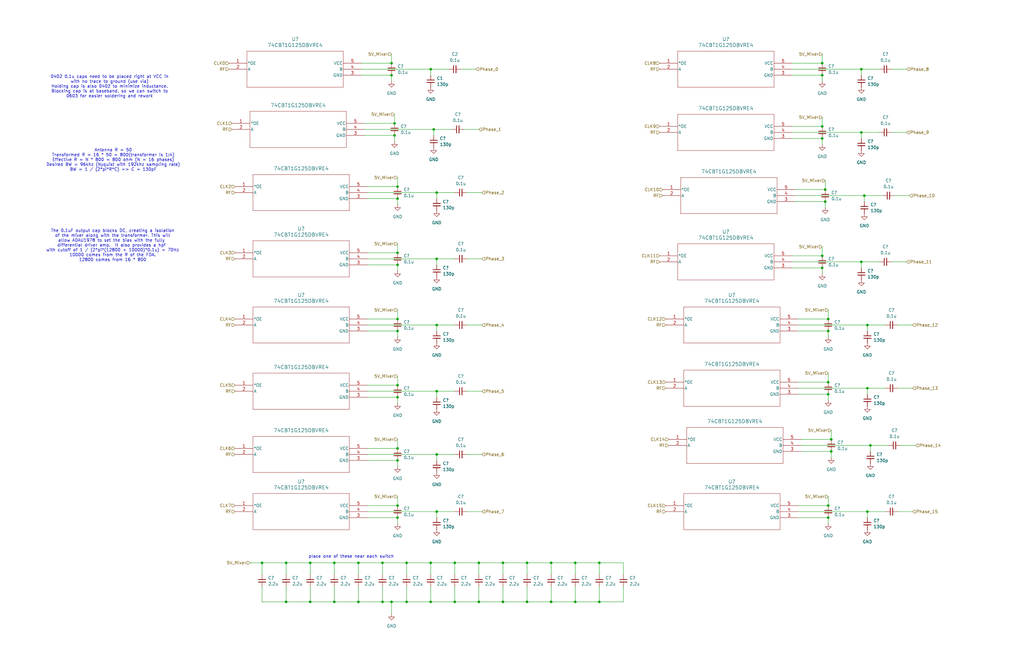
<source format=kicad_sch>
(kicad_sch (version 20250114) (generator "eeschema") (generator_version "9.0")
  (paper "B")
  (title_block (title "Rx Mixers") (date "2025-12-31") (rev "0.0") (company "Andy McCann KA3KAF and Doug McCann KA3KAG"))
  (text "place one of these near each switch " (at 148.59 234.95 0) (effects (font (size 1.27 1.27))))
  (text "0402 0.1u caps need to be placed right at VCC in\nwith no trace to ground (use via)\nHolding cap is also 0402 to minimize inductance.\nBlocking cap is at baseband, so we can switch to\n0603 for easier soldering and rework" (at 46.228 36.576 0) (effects (font (size 1.27 1.27))))
  (text "Antenna R = 50\nTransformed R = 16 * 50 = 800(transformer is 1:4)\nEffective R = N * 800 = 800 ohm (N = 16 phases)\nDesired BW = 96khz (Nyquist with 192khz sampling rate)\nBW = 1 / (2*pi*R*C) => C = 130pF" (at 47.752 67.564 0) (effects (font (size 1.27 1.27))))
  (text "The 0.1uF output cap blocks DC, creating a isolation\nof the mixer along with the transformer. This will\nallow ADAU1978 to set the bias with the fully \ndifferential driver amp.  It also provides a hpf \nwith cutoff of 1 / (2*pi*(12800 + 10000)*0.1u) = 70Hz\n10000 comes from the R of the FDA.\n12800 comes from 16 * 800" (at 47.498 103.632 0) (effects (font (size 1.27 1.27))))
  (junction (at 167.64 83.82))
  (junction (at 191.77 254))
  (junction (at 346.71 31.75))
  (junction (at 184.15 165.1))
  (junction (at 363.22 55.88))
  (junction (at 120.65 237.49))
  (junction (at 167.64 167.64))
  (junction (at 232.41 237.49))
  (junction (at 181.61 254))
  (junction (at 191.77 237.49))
  (junction (at 184.15 191.77))
  (junction (at 110.49 237.49))
  (junction (at 140.97 237.49))
  (junction (at 130.81 254))
  (junction (at 151.13 254))
  (junction (at 167.64 134.62))
  (junction (at 222.25 237.49))
  (junction (at 181.61 237.49))
  (junction (at 181.61 29.21))
  (junction (at 130.81 237.49))
  (junction (at 367.03 187.96))
  (junction (at 242.57 237.49))
  (junction (at 346.71 107.95))
  (junction (at 167.64 111.76))
  (junction (at 363.22 29.21))
  (junction (at 212.09 254))
  (junction (at 171.45 254))
  (junction (at 349.25 161.29))
  (junction (at 347.98 80.01))
  (junction (at 201.93 237.49))
  (junction (at 167.64 139.7))
  (junction (at 346.71 113.03))
  (junction (at 212.09 237.49))
  (junction (at 165.1 31.75))
  (junction (at 349.25 213.36))
  (junction (at 347.98 85.09))
  (junction (at 165.1 26.67))
  (junction (at 350.52 190.5))
  (junction (at 167.64 194.31))
  (junction (at 350.52 185.42))
  (junction (at 182.88 54.61))
  (junction (at 167.64 213.36))
  (junction (at 363.22 110.49))
  (junction (at 349.25 134.62))
  (junction (at 167.64 78.74))
  (junction (at 140.97 254))
  (junction (at 166.37 57.15))
  (junction (at 365.76 137.16))
  (junction (at 171.45 237.49))
  (junction (at 166.37 52.07))
  (junction (at 201.93 254))
  (junction (at 346.71 26.67))
  (junction (at 184.15 137.16))
  (junction (at 349.25 218.44))
  (junction (at 161.29 237.49))
  (junction (at 364.49 82.55))
  (junction (at 252.73 254))
  (junction (at 151.13 237.49))
  (junction (at 242.57 254))
  (junction (at 184.15 109.22))
  (junction (at 161.29 254))
  (junction (at 349.25 139.7))
  (junction (at 349.25 166.37))
  (junction (at 165.1 254))
  (junction (at 184.15 81.28))
  (junction (at 167.64 189.23))
  (junction (at 365.76 163.83))
  (junction (at 120.65 254))
  (junction (at 346.71 53.34))
  (junction (at 346.71 58.42))
  (junction (at 365.76 215.9))
  (junction (at 252.73 237.49))
  (junction (at 167.64 218.44))
  (junction (at 222.25 254))
  (junction (at 167.64 162.56))
  (junction (at 232.41 254))
  (junction (at 184.15 215.9))
  (junction (at 167.64 106.68))
  (wire (pts (xy 365.76 215.9) (xy 365.76 218.44)))
  (wire (pts (xy 242.57 247.65) (xy 242.57 254)))
  (wire (pts (xy 222.25 237.49) (xy 222.25 242.57)))
  (wire (pts (xy 165.1 26.67) (xy 165.1 22.86)))
  (wire (pts (xy 379.73 187.96) (xy 386.08 187.96)))
  (wire (pts (xy 346.71 26.67) (xy 346.71 22.86)))
  (wire (pts (xy 349.25 134.62) (xy 349.25 130.81)))
  (wire (pts (xy 212.09 247.65) (xy 212.09 254)))
  (wire (pts (xy 152.4 31.75) (xy 165.1 31.75)))
  (wire (pts (xy 252.73 254) (xy 262.89 254)))
  (wire (pts (xy 154.94 78.74) (xy 167.64 78.74)))
  (wire (pts (xy 110.49 254) (xy 120.65 254)))
  (wire (pts (xy 140.97 237.49) (xy 151.13 237.49)))
  (wire (pts (xy 232.41 237.49) (xy 242.57 237.49)))
  (wire (pts (xy 167.64 78.74) (xy 167.64 74.93)))
  (wire (pts (xy 151.13 237.49) (xy 151.13 242.57)))
  (wire (pts (xy 222.25 247.65) (xy 222.25 254)))
  (wire (pts (xy 334.01 55.88) (xy 363.22 55.88)))
  (wire (pts (xy 182.88 54.61) (xy 190.5 54.61)))
  (wire (pts (xy 335.28 80.01) (xy 347.98 80.01)))
  (wire (pts (xy 365.76 137.16) (xy 373.38 137.16)))
  (wire (pts (xy 154.94 134.62) (xy 167.64 134.62)))
  (wire (pts (xy 184.15 109.22) (xy 191.77 109.22)))
  (wire (pts (xy 375.92 110.49) (xy 382.27 110.49)))
  (wire (pts (xy 171.45 237.49) (xy 181.61 237.49)))
  (wire (pts (xy 196.85 165.1) (xy 203.2 165.1)))
  (wire (pts (xy 378.46 215.9) (xy 384.81 215.9)))
  (wire (pts (xy 181.61 29.21) (xy 181.61 31.75)))
  (wire (pts (xy 154.94 162.56) (xy 167.64 162.56)))
  (wire (pts (xy 349.25 166.37) (xy 349.25 168.91)))
  (wire (pts (xy 196.85 81.28) (xy 203.2 81.28)))
  (wire (pts (xy 201.93 237.49) (xy 201.93 242.57)))
  (wire (pts (xy 167.64 218.44) (xy 167.64 220.98)))
  (wire (pts (xy 336.55 139.7) (xy 349.25 139.7)))
  (wire (pts (xy 363.22 29.21) (xy 363.22 31.75)))
  (wire (pts (xy 346.71 113.03) (xy 346.71 115.57)))
  (wire (pts (xy 171.45 247.65) (xy 171.45 254)))
  (wire (pts (xy 222.25 254) (xy 232.41 254)))
  (wire (pts (xy 184.15 191.77) (xy 184.15 194.31)))
  (wire (pts (xy 346.71 31.75) (xy 346.71 34.29)))
  (wire (pts (xy 154.94 111.76) (xy 167.64 111.76)))
  (wire (pts (xy 184.15 81.28) (xy 191.77 81.28)))
  (wire (pts (xy 349.25 139.7) (xy 349.25 142.24)))
  (wire (pts (xy 196.85 191.77) (xy 203.2 191.77)))
  (wire (pts (xy 212.09 254) (xy 222.25 254)))
  (wire (pts (xy 336.55 215.9) (xy 365.76 215.9)))
  (wire (pts (xy 334.01 113.03) (xy 346.71 113.03)))
  (wire (pts (xy 363.22 110.49) (xy 370.84 110.49)))
  (wire (pts (xy 153.67 54.61) (xy 182.88 54.61)))
  (wire (pts (xy 375.92 55.88) (xy 382.27 55.88)))
  (wire (pts (xy 130.81 254) (xy 140.97 254)))
  (wire (pts (xy 120.65 237.49) (xy 130.81 237.49)))
  (wire (pts (xy 364.49 82.55) (xy 364.49 85.09)))
  (wire (pts (xy 154.94 81.28) (xy 184.15 81.28)))
  (wire (pts (xy 167.64 83.82) (xy 167.64 86.36)))
  (wire (pts (xy 262.89 247.65) (xy 262.89 254)))
  (wire (pts (xy 151.13 237.49) (xy 161.29 237.49)))
  (wire (pts (xy 181.61 237.49) (xy 191.77 237.49)))
  (wire (pts (xy 181.61 254) (xy 191.77 254)))
  (wire (pts (xy 365.76 163.83) (xy 365.76 166.37)))
  (wire (pts (xy 184.15 165.1) (xy 191.77 165.1)))
  (wire (pts (xy 232.41 254) (xy 242.57 254)))
  (wire (pts (xy 161.29 254) (xy 165.1 254)))
  (wire (pts (xy 262.89 237.49) (xy 262.89 242.57)))
  (wire (pts (xy 196.85 215.9) (xy 203.2 215.9)))
  (wire (pts (xy 347.98 85.09) (xy 347.98 87.63)))
  (wire (pts (xy 154.94 194.31) (xy 167.64 194.31)))
  (wire (pts (xy 363.22 110.49) (xy 363.22 113.03)))
  (wire (pts (xy 184.15 191.77) (xy 191.77 191.77)))
  (wire (pts (xy 336.55 166.37) (xy 349.25 166.37)))
  (wire (pts (xy 110.49 237.49) (xy 110.49 242.57)))
  (wire (pts (xy 334.01 31.75) (xy 346.71 31.75)))
  (wire (pts (xy 184.15 165.1) (xy 184.15 167.64)))
  (wire (pts (xy 120.65 247.65) (xy 120.65 254)))
  (wire (pts (xy 161.29 247.65) (xy 161.29 254)))
  (wire (pts (xy 349.25 161.29) (xy 349.25 157.48)))
  (wire (pts (xy 184.15 109.22) (xy 184.15 111.76)))
  (wire (pts (xy 196.85 109.22) (xy 203.2 109.22)))
  (wire (pts (xy 201.93 237.49) (xy 212.09 237.49)))
  (wire (pts (xy 334.01 29.21) (xy 363.22 29.21)))
  (wire (pts (xy 120.65 237.49) (xy 120.65 242.57)))
  (wire (pts (xy 337.82 185.42) (xy 350.52 185.42)))
  (wire (pts (xy 140.97 237.49) (xy 140.97 242.57)))
  (wire (pts (xy 167.64 139.7) (xy 167.64 142.24)))
  (wire (pts (xy 350.52 185.42) (xy 350.52 181.61)))
  (wire (pts (xy 110.49 237.49) (xy 120.65 237.49)))
  (wire (pts (xy 334.01 110.49) (xy 363.22 110.49)))
  (wire (pts (xy 184.15 215.9) (xy 191.77 215.9)))
  (wire (pts (xy 194.31 29.21) (xy 200.66 29.21)))
  (wire (pts (xy 336.55 163.83) (xy 365.76 163.83)))
  (wire (pts (xy 110.49 247.65) (xy 110.49 254)))
  (wire (pts (xy 167.64 162.56) (xy 167.64 158.75)))
  (wire (pts (xy 184.15 215.9) (xy 184.15 218.44)))
  (wire (pts (xy 166.37 57.15) (xy 166.37 59.69)))
  (wire (pts (xy 252.73 237.49) (xy 252.73 242.57)))
  (wire (pts (xy 335.28 85.09) (xy 347.98 85.09)))
  (wire (pts (xy 363.22 55.88) (xy 363.22 58.42)))
  (wire (pts (xy 167.64 189.23) (xy 167.64 185.42)))
  (wire (pts (xy 336.55 218.44) (xy 349.25 218.44)))
  (wire (pts (xy 365.76 163.83) (xy 373.38 163.83)))
  (wire (pts (xy 166.37 52.07) (xy 166.37 48.26)))
  (wire (pts (xy 335.28 82.55) (xy 364.49 82.55)))
  (wire (pts (xy 346.71 58.42) (xy 346.71 60.96)))
  (wire (pts (xy 130.81 247.65) (xy 130.81 254)))
  (wire (pts (xy 242.57 237.49) (xy 242.57 242.57)))
  (wire (pts (xy 378.46 137.16) (xy 384.81 137.16)))
  (wire (pts (xy 346.71 107.95) (xy 346.71 104.14)))
  (wire (pts (xy 252.73 247.65) (xy 252.73 254)))
  (wire (pts (xy 337.82 187.96) (xy 367.03 187.96)))
  (wire (pts (xy 334.01 107.95) (xy 346.71 107.95)))
  (wire (pts (xy 140.97 247.65) (xy 140.97 254)))
  (wire (pts (xy 349.25 213.36) (xy 349.25 209.55)))
  (wire (pts (xy 165.1 254) (xy 171.45 254)))
  (wire (pts (xy 154.94 167.64) (xy 167.64 167.64)))
  (wire (pts (xy 252.73 237.49) (xy 262.89 237.49)))
  (wire (pts (xy 151.13 254) (xy 161.29 254)))
  (wire (pts (xy 232.41 247.65) (xy 232.41 254)))
  (wire (pts (xy 161.29 237.49) (xy 161.29 242.57)))
  (wire (pts (xy 364.49 82.55) (xy 372.11 82.55)))
  (wire (pts (xy 184.15 81.28) (xy 184.15 83.82)))
  (wire (pts (xy 171.45 254) (xy 181.61 254)))
  (wire (pts (xy 154.94 109.22) (xy 184.15 109.22)))
  (wire (pts (xy 130.81 237.49) (xy 130.81 242.57)))
  (wire (pts (xy 222.25 237.49) (xy 232.41 237.49)))
  (wire (pts (xy 154.94 218.44) (xy 167.64 218.44)))
  (wire (pts (xy 365.76 137.16) (xy 365.76 139.7)))
  (wire (pts (xy 191.77 237.49) (xy 201.93 237.49)))
  (wire (pts (xy 167.64 167.64) (xy 167.64 170.18)))
  (wire (pts (xy 212.09 237.49) (xy 222.25 237.49)))
  (wire (pts (xy 196.85 137.16) (xy 203.2 137.16)))
  (wire (pts (xy 232.41 237.49) (xy 232.41 242.57)))
  (wire (pts (xy 140.97 254) (xy 151.13 254)))
  (wire (pts (xy 336.55 161.29) (xy 349.25 161.29)))
  (wire (pts (xy 336.55 137.16) (xy 365.76 137.16)))
  (wire (pts (xy 154.94 83.82) (xy 167.64 83.82)))
  (wire (pts (xy 182.88 54.61) (xy 182.88 57.15)))
  (wire (pts (xy 191.77 247.65) (xy 191.77 254)))
  (wire (pts (xy 184.15 137.16) (xy 184.15 139.7)))
  (wire (pts (xy 161.29 237.49) (xy 171.45 237.49)))
  (wire (pts (xy 171.45 237.49) (xy 171.45 242.57)))
  (wire (pts (xy 154.94 189.23) (xy 167.64 189.23)))
  (wire (pts (xy 167.64 111.76) (xy 167.64 114.3)))
  (wire (pts (xy 195.58 54.61) (xy 201.93 54.61)))
  (wire (pts (xy 105.41 237.49) (xy 110.49 237.49)))
  (wire (pts (xy 130.81 237.49) (xy 140.97 237.49)))
  (wire (pts (xy 212.09 237.49) (xy 212.09 242.57)))
  (wire (pts (xy 152.4 26.67) (xy 165.1 26.67)))
  (wire (pts (xy 167.64 106.68) (xy 167.64 102.87)))
  (wire (pts (xy 191.77 254) (xy 201.93 254)))
  (wire (pts (xy 242.57 254) (xy 252.73 254)))
  (wire (pts (xy 154.94 215.9) (xy 184.15 215.9)))
  (wire (pts (xy 346.71 53.34) (xy 346.71 49.53)))
  (wire (pts (xy 336.55 213.36) (xy 349.25 213.36)))
  (wire (pts (xy 349.25 218.44) (xy 349.25 220.98)))
  (wire (pts (xy 367.03 187.96) (xy 374.65 187.96)))
  (wire (pts (xy 336.55 134.62) (xy 349.25 134.62)))
  (wire (pts (xy 375.92 29.21) (xy 382.27 29.21)))
  (wire (pts (xy 350.52 190.5) (xy 350.52 193.04)))
  (wire (pts (xy 181.61 247.65) (xy 181.61 254)))
  (wire (pts (xy 334.01 53.34) (xy 346.71 53.34)))
  (wire (pts (xy 151.13 247.65) (xy 151.13 254)))
  (wire (pts (xy 347.98 80.01) (xy 347.98 76.2)))
  (wire (pts (xy 378.46 163.83) (xy 384.81 163.83)))
  (wire (pts (xy 367.03 187.96) (xy 367.03 190.5)))
  (wire (pts (xy 334.01 26.67) (xy 346.71 26.67)))
  (wire (pts (xy 365.76 215.9) (xy 373.38 215.9)))
  (wire (pts (xy 181.61 237.49) (xy 181.61 242.57)))
  (wire (pts (xy 337.82 190.5) (xy 350.52 190.5)))
  (wire (pts (xy 167.64 194.31) (xy 167.64 196.85)))
  (wire (pts (xy 201.93 254) (xy 212.09 254)))
  (wire (pts (xy 167.64 134.62) (xy 167.64 130.81)))
  (wire (pts (xy 363.22 29.21) (xy 370.84 29.21)))
  (wire (pts (xy 167.64 213.36) (xy 167.64 209.55)))
  (wire (pts (xy 152.4 29.21) (xy 181.61 29.21)))
  (wire (pts (xy 154.94 137.16) (xy 184.15 137.16)))
  (wire (pts (xy 334.01 58.42) (xy 346.71 58.42)))
  (wire (pts (xy 165.1 31.75) (xy 165.1 34.29)))
  (wire (pts (xy 181.61 29.21) (xy 189.23 29.21)))
  (wire (pts (xy 154.94 213.36) (xy 167.64 213.36)))
  (wire (pts (xy 191.77 237.49) (xy 191.77 242.57)))
  (wire (pts (xy 153.67 52.07) (xy 166.37 52.07)))
  (wire (pts (xy 154.94 165.1) (xy 184.15 165.1)))
  (wire (pts (xy 201.93 247.65) (xy 201.93 254)))
  (wire (pts (xy 242.57 237.49) (xy 252.73 237.49)))
  (wire (pts (xy 154.94 139.7) (xy 167.64 139.7)))
  (wire (pts (xy 363.22 55.88) (xy 370.84 55.88)))
  (wire (pts (xy 154.94 191.77) (xy 184.15 191.77)))
  (wire (pts (xy 153.67 57.15) (xy 166.37 57.15)))
  (wire (pts (xy 165.1 254) (xy 165.1 259.08)))
  (wire (pts (xy 120.65 254) (xy 130.81 254)))
  (wire (pts (xy 154.94 106.68) (xy 167.64 106.68)))
  (wire (pts (xy 377.19 82.55) (xy 383.54 82.55)))
  (wire (pts (xy 184.15 137.16) (xy 191.77 137.16)))
  (hierarchical_label "RF" (shape input) (at 99.06 137.16 180))
  (hierarchical_label "Phase_0" (shape input) (at 200.66 29.21 0))
  (hierarchical_label "5V_Mixer" (shape input) (at 347.98 76.2 180))
  (hierarchical_label "CLK1" (shape input) (at 97.79 52.07 180))
  (hierarchical_label "Phase_9" (shape input) (at 382.27 55.88 0))
  (hierarchical_label "CLK7" (shape input) (at 99.06 213.36 180))
  (hierarchical_label "Phase_2" (shape input) (at 203.2 81.28 0))
  (hierarchical_label "CLK4" (shape input) (at 99.06 134.62 180))
  (hierarchical_label "Phase_3" (shape input) (at 203.2 109.22 0))
  (hierarchical_label "5V_Mixer" (shape input) (at 167.64 158.75 180))
  (hierarchical_label "CLK0" (shape input) (at 96.52 26.67 180))
  (hierarchical_label "RF" (shape input) (at 278.13 29.21 180))
  (hierarchical_label "Phase_4" (shape input) (at 203.2 137.16 0))
  (hierarchical_label "Phase_15" (shape input) (at 384.81 215.9 0))
  (hierarchical_label "RF" (shape input) (at 278.13 55.88 180))
  (hierarchical_label "CLK14" (shape input) (at 281.94 185.42 180))
  (hierarchical_label "RF" (shape input) (at 96.52 29.21 180))
  (hierarchical_label "CLK13" (shape input) (at 280.67 161.29 180))
  (hierarchical_label "CLK9" (shape input) (at 278.13 53.34 180))
  (hierarchical_label "CLK5" (shape input) (at 99.06 162.56 180))
  (hierarchical_label "CLK12" (shape input) (at 280.67 134.62 180))
  (hierarchical_label "RF" (shape input) (at 280.67 137.16 180))
  (hierarchical_label "5V_Mixer" (shape input) (at 105.41 237.49 180))
  (hierarchical_label "RF" (shape input) (at 280.67 163.83 180))
  (hierarchical_label "5V_Mixer" (shape input) (at 166.37 48.26 180))
  (hierarchical_label "RF" (shape input) (at 97.79 54.61 180))
  (hierarchical_label "5V_Mixer" (shape input) (at 346.71 49.53 180))
  (hierarchical_label "Phase_12" (shape input) (at 384.81 137.16 0))
  (hierarchical_label "Phase_13" (shape input) (at 384.81 163.83 0))
  (hierarchical_label "Phase_1" (shape input) (at 201.93 54.61 0))
  (hierarchical_label "RF" (shape input) (at 99.06 215.9 180))
  (hierarchical_label "RF" (shape input) (at 99.06 165.1 180))
  (hierarchical_label "5V_Mixer" (shape input) (at 349.25 209.55 180))
  (hierarchical_label "RF" (shape input) (at 99.06 191.77 180))
  (hierarchical_label "CLK11" (shape input) (at 278.13 107.95 180))
  (hierarchical_label "5V_Mixer" (shape input) (at 167.64 130.81 180))
  (hierarchical_label "CLK8" (shape input) (at 278.13 26.67 180))
  (hierarchical_label "RF" (shape input) (at 278.13 110.49 180))
  (hierarchical_label "5V_Mixer" (shape input) (at 167.64 74.93 180))
  (hierarchical_label "5V_Mixer" (shape input) (at 349.25 130.81 180))
  (hierarchical_label "5V_Mixer" (shape input) (at 167.64 185.42 180))
  (hierarchical_label "CLK6" (shape input) (at 99.06 189.23 180))
  (hierarchical_label "CLK3" (shape input) (at 99.06 106.68 180))
  (hierarchical_label "Phase_10" (shape input) (at 383.54 82.55 0))
  (hierarchical_label "5V_Mixer" (shape input) (at 349.25 157.48 180))
  (hierarchical_label "5V_Mixer" (shape input) (at 346.71 104.14 180))
  (hierarchical_label "RF" (shape input) (at 99.06 81.28 180))
  (hierarchical_label "Phase_8" (shape input) (at 382.27 29.21 0))
  (hierarchical_label "RF" (shape input) (at 281.94 187.96 180))
  (hierarchical_label "Phase_14" (shape input) (at 386.08 187.96 0))
  (hierarchical_label "RF" (shape input) (at 279.4 82.55 180))
  (hierarchical_label "CLK15" (shape input) (at 280.67 213.36 180))
  (hierarchical_label "RF" (shape input) (at 99.06 109.22 180))
  (hierarchical_label "5V_Mixer" (shape input) (at 167.64 209.55 180))
  (hierarchical_label "CLK10" (shape input) (at 279.4 80.01 180))
  (hierarchical_label "Phase_7" (shape input) (at 203.2 215.9 0))
  (hierarchical_label "5V_Mixer" (shape input) (at 350.52 181.61 180))
  (hierarchical_label "5V_Mixer" (shape input) (at 346.71 22.86 180))
  (hierarchical_label "Phase_5" (shape input) (at 203.2 165.1 0))
  (hierarchical_label "5V_Mixer" (shape input) (at 165.1 22.86 180))
  (hierarchical_label "RF" (shape input) (at 280.67 215.9 180))
  (hierarchical_label "Phase_11" (shape input) (at 382.27 110.49 0))
  (hierarchical_label "Phase_6" (shape input) (at 203.2 191.77 0))
  (hierarchical_label "CLK2" (shape input) (at 99.06 78.74 180))
  (hierarchical_label "5V_Mixer" (shape input) (at 167.64 102.87 180))
  (symbol (lib_id "Device:C_Small") (at 365.76 220.98 0) (unit 1)
    (property "Reference" "C?" (at 368.3 219.7162 0) (effects (justify left)))
    (property "Value" "130p" (at 368.3 222.2562 0) (effects (justify left)))
    (property "Footprint" "Capacitor_SMD:C_0402_1005Metric_Pad0.74x0.62mm_HandSolder" (effects (hide yes)))
    (property "Description" "Unpolarized capacitor, small symbol" (effects (hide yes)))
  )
  (symbol (lib_id "power:GND") (at 365.76 223.52 0) (unit 1)
    (property "Reference" "#PWR017" (effects (hide yes)))
    (property "Value" "GND" (at 365.76 228.6 0))
    (property "Description" "Power symbol creates a global label with name \"GND\" , ground" (effects (hide yes)))
  )
  (symbol (lib_id "power:GND") (at 165.1 259.08 0) (unit 1)
    (property "Reference" "#PWR?" (effects (hide yes)))
    (property "Value" "GND" (at 165.1 264.16 0))
    (property "Description" "Power symbol creates a global label with name \"GND\" , ground" (effects (hide yes)))
  )
  (symbol (lib_id "Device:C_Small") (at 167.64 215.9 0) (unit 1)
    (property "Reference" "C?" (at 170.18 214.6362 0) (effects (justify left)))
    (property "Value" "0.1u" (at 170.18 217.1762 0) (effects (justify left)))
    (property "Footprint" "Resistor_SMD:R_0402_1005Metric_Pad0.72x0.64mm_HandSolder" (effects (hide yes)))
    (property "Description" "Unpolarized capacitor, small symbol" (effects (hide yes)))
  )
  (symbol (lib_id "power:GND") (at 349.25 220.98 0) (unit 1)
    (property "Reference" "#PWR?" (effects (hide yes)))
    (property "Value" "GND" (at 349.25 226.06 0))
    (property "Description" "Power symbol creates a global label with name \"GND\" , ground" (effects (hide yes)))
  )
  (symbol (lib_id "Device:C_Small") (at 161.29 245.11 0) (unit 1)
    (property "Reference" "C?" (at 163.83 243.8462 0) (effects (justify left)))
    (property "Value" "2.2u" (at 163.83 246.3862 0) (effects (justify left)))
    (property "Footprint" "Capacitor_SMD:C_0603_1608Metric_Pad1.08x0.95mm_HandSolder" (effects (hide yes)))
    (property "Description" "Unpolarized capacitor, small symbol" (effects (hide yes)))
  )
  (symbol (lib_id "Device:C_Small") (at 193.04 54.61 90) (unit 1)
    (property "Reference" "C?" (at 193.0463 48.26 90))
    (property "Value" "0.1u" (at 193.0463 50.8 90))
    (property "Footprint" "Capacitor_SMD:C_0603_1608Metric_Pad1.08x0.95mm_HandSolder" (effects (hide yes)))
    (property "Description" "Unpolarized capacitor, small symbol" (effects (hide yes)))
  )
  (symbol (lib_id "SN74CBT1G125:74CBT1G125DBVRE4") (at 99.06 106.68 0) (unit 1)
    (property "Reference" "U?" (at 127 96.52 0) (effects (font (size 1.524 1.524))))
    (property "Value" "74CBT1G125DBVRE4" (at 127 99.06 0) (effects (font (size 1.524 1.524))))
    (property "Footprint" "DBV5" (effects (hide yes)))
    (property "Datasheet" "https://www.ti.com/lit/gpn/sn74cbt1g125" (effects (hide yes)))
  )
  (symbol (lib_id "Device:C_Small") (at 262.89 245.11 0) (unit 1)
    (property "Reference" "C?" (at 265.43 243.8462 0) (effects (justify left)))
    (property "Value" "2.2u" (at 265.43 246.3862 0) (effects (justify left)))
    (property "Footprint" "Capacitor_SMD:C_0603_1608Metric_Pad1.08x0.95mm_HandSolder" (effects (hide yes)))
    (property "Description" "Unpolarized capacitor, small symbol" (effects (hide yes)))
  )
  (symbol (lib_id "Device:C_Small") (at 365.76 168.91 0) (unit 1)
    (property "Reference" "C?" (at 368.3 167.6462 0) (effects (justify left)))
    (property "Value" "130p" (at 368.3 170.1862 0) (effects (justify left)))
    (property "Footprint" "Capacitor_SMD:C_0402_1005Metric_Pad0.74x0.62mm_HandSolder" (effects (hide yes)))
    (property "Description" "Unpolarized capacitor, small symbol" (effects (hide yes)))
  )
  (symbol (lib_id "SN74CBT1G125:74CBT1G125DBVRE4") (at 278.13 107.95 0) (unit 1)
    (property "Reference" "U?" (at 306.07 97.79 0) (effects (font (size 1.524 1.524))))
    (property "Value" "74CBT1G125DBVRE4" (at 306.07 100.33 0) (effects (font (size 1.524 1.524))))
    (property "Footprint" "DBV5" (effects (hide yes)))
    (property "Datasheet" "https://www.ti.com/lit/gpn/sn74cbt1g125" (effects (hide yes)))
  )
  (symbol (lib_id "Device:C_Small") (at 194.31 191.77 90) (unit 1)
    (property "Reference" "C?" (at 194.3163 185.42 90))
    (property "Value" "0.1u" (at 194.3163 187.96 90))
    (property "Footprint" "Capacitor_SMD:C_0603_1608Metric_Pad1.08x0.95mm_HandSolder" (effects (hide yes)))
    (property "Description" "Unpolarized capacitor, small symbol" (effects (hide yes)))
  )
  (symbol (lib_id "power:GND") (at 184.15 144.78 0) (unit 1)
    (property "Reference" "#PWR08" (effects (hide yes)))
    (property "Value" "GND" (at 184.15 149.86 0))
    (property "Description" "Power symbol creates a global label with name \"GND\" , ground" (effects (hide yes)))
  )
  (symbol (lib_id "Device:C_Small") (at 349.25 163.83 0) (unit 1)
    (property "Reference" "C?" (at 351.79 162.5662 0) (effects (justify left)))
    (property "Value" "0.1u" (at 351.79 165.1062 0) (effects (justify left)))
    (property "Footprint" "Resistor_SMD:R_0402_1005Metric_Pad0.72x0.64mm_HandSolder" (effects (hide yes)))
    (property "Description" "Unpolarized capacitor, small symbol" (effects (hide yes)))
  )
  (symbol (lib_id "power:GND") (at 167.64 86.36 0) (unit 1)
    (property "Reference" "#PWR?" (effects (hide yes)))
    (property "Value" "GND" (at 167.64 91.44 0))
    (property "Description" "Power symbol creates a global label with name \"GND\" , ground" (effects (hide yes)))
  )
  (symbol (lib_id "power:GND") (at 365.76 171.45 0) (unit 1)
    (property "Reference" "#PWR014" (effects (hide yes)))
    (property "Value" "GND" (at 365.76 176.53 0))
    (property "Description" "Power symbol creates a global label with name \"GND\" , ground" (effects (hide yes)))
  )
  (symbol (lib_id "Device:C_Small") (at 363.22 60.96 0) (unit 1)
    (property "Reference" "C?" (at 365.76 59.6962 0) (effects (justify left)))
    (property "Value" "130p" (at 365.76 62.2362 0) (effects (justify left)))
    (property "Footprint" "Capacitor_SMD:C_0402_1005Metric_Pad0.74x0.62mm_HandSolder" (effects (hide yes)))
    (property "Description" "Unpolarized capacitor, small symbol" (effects (hide yes)))
  )
  (symbol (lib_id "Device:C_Small") (at 167.64 81.28 0) (unit 1)
    (property "Reference" "C?" (at 170.18 80.0162 0) (effects (justify left)))
    (property "Value" "0.1u" (at 170.18 82.5562 0) (effects (justify left)))
    (property "Footprint" "Resistor_SMD:R_0402_1005Metric_Pad0.72x0.64mm_HandSolder" (effects (hide yes)))
    (property "Description" "Unpolarized capacitor, small symbol" (effects (hide yes)))
  )
  (symbol (lib_id "power:GND") (at 181.61 36.83 0) (unit 1)
    (property "Reference" "#PWR01" (effects (hide yes)))
    (property "Value" "GND" (at 181.61 41.91 0))
    (property "Description" "Power symbol creates a global label with name \"GND\" , ground" (effects (hide yes)))
  )
  (symbol (lib_id "Device:C_Small") (at 171.45 245.11 0) (unit 1)
    (property "Reference" "C?" (at 173.99 243.8462 0) (effects (justify left)))
    (property "Value" "2.2u" (at 173.99 246.3862 0) (effects (justify left)))
    (property "Footprint" "Capacitor_SMD:C_0603_1608Metric_Pad1.08x0.95mm_HandSolder" (effects (hide yes)))
    (property "Description" "Unpolarized capacitor, small symbol" (effects (hide yes)))
  )
  (symbol (lib_id "Device:C_Small") (at 377.19 187.96 90) (unit 1)
    (property "Reference" "C?" (at 377.1963 181.61 90))
    (property "Value" "0.1u" (at 377.1963 184.15 90))
    (property "Footprint" "Capacitor_SMD:C_0603_1608Metric_Pad1.08x0.95mm_HandSolder" (effects (hide yes)))
    (property "Description" "Unpolarized capacitor, small symbol" (effects (hide yes)))
  )
  (symbol (lib_id "Device:C_Small") (at 201.93 245.11 0) (unit 1)
    (property "Reference" "C?" (at 204.47 243.8462 0) (effects (justify left)))
    (property "Value" "2.2u" (at 204.47 246.3862 0) (effects (justify left)))
    (property "Footprint" "Capacitor_SMD:C_0603_1608Metric_Pad1.08x0.95mm_HandSolder" (effects (hide yes)))
    (property "Description" "Unpolarized capacitor, small symbol" (effects (hide yes)))
  )
  (symbol (lib_id "Device:C_Small") (at 191.77 29.21 90) (unit 1)
    (property "Reference" "C2" (at 191.7763 22.86 90))
    (property "Value" "0.1u" (at 191.7763 25.4 90))
    (property "Footprint" "Capacitor_SMD:C_0603_1608Metric_Pad1.08x0.95mm_HandSolder" (effects (hide yes)))
    (property "Description" "Unpolarized capacitor, small symbol" (effects (hide yes)))
  )
  (symbol (lib_id "power:GND") (at 346.71 34.29 0) (unit 1)
    (property "Reference" "#PWR?" (effects (hide yes)))
    (property "Value" "GND" (at 346.71 39.37 0))
    (property "Description" "Power symbol creates a global label with name \"GND\" , ground" (effects (hide yes)))
  )
  (symbol (lib_id "power:GND") (at 349.25 168.91 0) (unit 1)
    (property "Reference" "#PWR?" (effects (hide yes)))
    (property "Value" "GND" (at 349.25 173.99 0))
    (property "Description" "Power symbol creates a global label with name \"GND\" , ground" (effects (hide yes)))
  )
  (symbol (lib_id "Device:C_Small") (at 184.15 86.36 0) (unit 1)
    (property "Reference" "C?" (at 186.69 85.0962 0) (effects (justify left)))
    (property "Value" "130p" (at 186.69 87.6362 0) (effects (justify left)))
    (property "Footprint" "Capacitor_SMD:C_0402_1005Metric_Pad0.74x0.62mm_HandSolder" (effects (hide yes)))
    (property "Description" "Unpolarized capacitor, small symbol" (effects (hide yes)))
  )
  (symbol (lib_id "SN74CBT1G125:74CBT1G125DBVRE4") (at 99.06 213.36 0) (unit 1)
    (property "Reference" "U?" (at 127 203.2 0) (effects (font (size 1.524 1.524))))
    (property "Value" "74CBT1G125DBVRE4" (at 127 205.74 0) (effects (font (size 1.524 1.524))))
    (property "Footprint" "DBV5" (effects (hide yes)))
    (property "Datasheet" "https://www.ti.com/lit/gpn/sn74cbt1g125" (effects (hide yes)))
  )
  (symbol (lib_id "Device:C_Small") (at 346.71 55.88 0) (unit 1)
    (property "Reference" "C?" (at 349.25 54.6162 0) (effects (justify left)))
    (property "Value" "0.1u" (at 349.25 57.1562 0) (effects (justify left)))
    (property "Footprint" "Resistor_SMD:R_0402_1005Metric_Pad0.72x0.64mm_HandSolder" (effects (hide yes)))
    (property "Description" "Unpolarized capacitor, small symbol" (effects (hide yes)))
  )
  (symbol (lib_id "power:GND") (at 167.64 196.85 0) (unit 1)
    (property "Reference" "#PWR?" (effects (hide yes)))
    (property "Value" "GND" (at 167.64 201.93 0))
    (property "Description" "Power symbol creates a global label with name \"GND\" , ground" (effects (hide yes)))
  )
  (symbol (lib_id "Device:C_Small") (at 165.1 29.21 0) (unit 1)
    (property "Reference" "C?" (at 167.64 27.9462 0) (effects (justify left)))
    (property "Value" "0.1u" (at 167.64 30.4862 0) (effects (justify left)))
    (property "Footprint" "Resistor_SMD:R_0402_1005Metric_Pad0.72x0.64mm_HandSolder" (effects (hide yes)))
    (property "Description" "Unpolarized capacitor, small symbol" (effects (hide yes)))
  )
  (symbol (lib_id "Device:C_Small") (at 349.25 137.16 0) (unit 1)
    (property "Reference" "C?" (at 351.79 135.8962 0) (effects (justify left)))
    (property "Value" "0.1u" (at 351.79 138.4362 0) (effects (justify left)))
    (property "Footprint" "Resistor_SMD:R_0402_1005Metric_Pad0.72x0.64mm_HandSolder" (effects (hide yes)))
    (property "Description" "Unpolarized capacitor, small symbol" (effects (hide yes)))
  )
  (symbol (lib_id "power:GND") (at 363.22 36.83 0) (unit 1)
    (property "Reference" "#PWR09" (effects (hide yes)))
    (property "Value" "GND" (at 363.22 41.91 0))
    (property "Description" "Power symbol creates a global label with name \"GND\" , ground" (effects (hide yes)))
  )
  (symbol (lib_id "Device:C_Small") (at 374.65 82.55 90) (unit 1)
    (property "Reference" "C?" (at 374.6563 76.2 90))
    (property "Value" "0.1u" (at 374.6563 78.74 90))
    (property "Footprint" "Capacitor_SMD:C_0603_1608Metric_Pad1.08x0.95mm_HandSolder" (effects (hide yes)))
    (property "Description" "Unpolarized capacitor, small symbol" (effects (hide yes)))
  )
  (symbol (lib_id "SN74CBT1G125:74CBT1G125DBVRE4") (at 97.79 52.07 0) (unit 1)
    (property "Reference" "U?" (effects (hide yes)))
    (property "Value" "74CBT1G125DBVRE4" (at 125.73 44.45 0) (effects (font (size 1.524 1.524))))
    (property "Footprint" "DBV5" (effects (hide yes)))
    (property "Datasheet" "https://www.ti.com/lit/gpn/sn74cbt1g125" (effects (hide yes)))
  )
  (symbol (lib_id "Device:C_Small") (at 194.31 165.1 90) (unit 1)
    (property "Reference" "C?" (at 194.3163 158.75 90))
    (property "Value" "0.1u" (at 194.3163 161.29 90))
    (property "Footprint" "Capacitor_SMD:C_0603_1608Metric_Pad1.08x0.95mm_HandSolder" (effects (hide yes)))
    (property "Description" "Unpolarized capacitor, small symbol" (effects (hide yes)))
  )
  (symbol (lib_id "Device:C_Small") (at 184.15 170.18 0) (unit 1)
    (property "Reference" "C?" (at 186.69 168.9162 0) (effects (justify left)))
    (property "Value" "130p" (at 186.69 171.4562 0) (effects (justify left)))
    (property "Footprint" "Capacitor_SMD:C_0402_1005Metric_Pad0.74x0.62mm_HandSolder" (effects (hide yes)))
    (property "Description" "Unpolarized capacitor, small symbol" (effects (hide yes)))
  )
  (symbol (lib_id "power:GND") (at 346.71 60.96 0) (unit 1)
    (property "Reference" "#PWR?" (effects (hide yes)))
    (property "Value" "GND" (at 346.71 66.04 0))
    (property "Description" "Power symbol creates a global label with name \"GND\" , ground" (effects (hide yes)))
  )
  (symbol (lib_id "SN74CBT1G125:74CBT1G125DBVRE4") (at 281.94 185.42 0) (unit 1)
    (property "Reference" "U?" (effects (hide yes)))
    (property "Value" "74CBT1G125DBVRE4" (at 309.88 177.8 0) (effects (font (size 1.524 1.524))))
    (property "Footprint" "DBV5" (effects (hide yes)))
    (property "Datasheet" "https://www.ti.com/lit/gpn/sn74cbt1g125" (effects (hide yes)))
  )
  (symbol (lib_id "Device:C_Small") (at 166.37 54.61 0) (unit 1)
    (property "Reference" "C?" (at 168.91 53.3462 0) (effects (justify left)))
    (property "Value" "0.1u" (at 168.91 55.8862 0) (effects (justify left)))
    (property "Footprint" "Resistor_SMD:R_0402_1005Metric_Pad0.72x0.64mm_HandSolder" (effects (hide yes)))
    (property "Description" "Unpolarized capacitor, small symbol" (effects (hide yes)))
  )
  (symbol (lib_id "SN74CBT1G125:74CBT1G125DBVRE4") (at 278.13 26.67 0) (unit 1)
    (property "Reference" "U?" (at 306.07 16.51 0) (effects (font (size 1.524 1.524))))
    (property "Value" "74CBT1G125DBVRE4" (at 306.07 19.05 0) (effects (font (size 1.524 1.524))))
    (property "Footprint" "DBV5" (effects (hide yes)))
    (property "Datasheet" "https://www.ti.com/lit/gpn/sn74cbt1g125" (effects (hide yes)))
  )
  (symbol (lib_id "Device:C_Small") (at 110.49 245.11 0) (unit 1)
    (property "Reference" "C?" (at 113.03 243.8462 0) (effects (justify left)))
    (property "Value" "2.2u" (at 113.03 246.3862 0) (effects (justify left)))
    (property "Footprint" "Capacitor_SMD:C_0603_1608Metric_Pad1.08x0.95mm_HandSolder" (effects (hide yes)))
    (property "Description" "Unpolarized capacitor, small symbol" (effects (hide yes)))
  )
  (symbol (lib_id "Device:C_Small") (at 349.25 215.9 0) (unit 1)
    (property "Reference" "C?" (at 351.79 214.6362 0) (effects (justify left)))
    (property "Value" "0.1u" (at 351.79 217.1762 0) (effects (justify left)))
    (property "Footprint" "Resistor_SMD:R_0402_1005Metric_Pad0.72x0.64mm_HandSolder" (effects (hide yes)))
    (property "Description" "Unpolarized capacitor, small symbol" (effects (hide yes)))
  )
  (symbol (lib_id "Device:C_Small") (at 364.49 87.63 0) (unit 1)
    (property "Reference" "C?" (at 367.03 86.3662 0) (effects (justify left)))
    (property "Value" "130p" (at 367.03 88.9062 0) (effects (justify left)))
    (property "Footprint" "Capacitor_SMD:C_0402_1005Metric_Pad0.74x0.62mm_HandSolder" (effects (hide yes)))
    (property "Description" "Unpolarized capacitor, small symbol" (effects (hide yes)))
  )
  (symbol (lib_id "power:GND") (at 182.88 62.23 0) (unit 1)
    (property "Reference" "#PWR02" (effects (hide yes)))
    (property "Value" "GND" (at 182.88 67.31 0))
    (property "Description" "Power symbol creates a global label with name \"GND\" , ground" (effects (hide yes)))
  )
  (symbol (lib_id "power:GND") (at 350.52 193.04 0) (unit 1)
    (property "Reference" "#PWR?" (effects (hide yes)))
    (property "Value" "GND" (at 350.52 198.12 0))
    (property "Description" "Power symbol creates a global label with name \"GND\" , ground" (effects (hide yes)))
  )
  (symbol (lib_id "power:GND") (at 166.37 59.69 0) (unit 1)
    (property "Reference" "#PWR?" (effects (hide yes)))
    (property "Value" "GND" (at 166.37 64.77 0))
    (property "Description" "Power symbol creates a global label with name \"GND\" , ground" (effects (hide yes)))
  )
  (symbol (lib_id "power:GND") (at 167.64 220.98 0) (unit 1)
    (property "Reference" "#PWR?" (effects (hide yes)))
    (property "Value" "GND" (at 167.64 226.06 0))
    (property "Description" "Power symbol creates a global label with name \"GND\" , ground" (effects (hide yes)))
  )
  (symbol (lib_id "Device:C_Small") (at 181.61 34.29 0) (unit 1)
    (property "Reference" "C1" (at 184.15 33.0262 0) (effects (justify left)))
    (property "Value" "130p" (at 184.15 35.5662 0) (effects (justify left)))
    (property "Footprint" "Capacitor_SMD:C_0402_1005Metric_Pad0.74x0.62mm_HandSolder" (effects (hide yes)))
    (property "Description" "Unpolarized capacitor, small symbol" (effects (hide yes)))
  )
  (symbol (lib_id "Device:C_Small") (at 232.41 245.11 0) (unit 1)
    (property "Reference" "C?" (at 234.95 243.8462 0) (effects (justify left)))
    (property "Value" "2.2u" (at 234.95 246.3862 0) (effects (justify left)))
    (property "Footprint" "Capacitor_SMD:C_0603_1608Metric_Pad1.08x0.95mm_HandSolder" (effects (hide yes)))
    (property "Description" "Unpolarized capacitor, small symbol" (effects (hide yes)))
  )
  (symbol (lib_id "power:GND") (at 184.15 172.72 0) (unit 1)
    (property "Reference" "#PWR05" (effects (hide yes)))
    (property "Value" "GND" (at 184.15 177.8 0))
    (property "Description" "Power symbol creates a global label with name \"GND\" , ground" (effects (hide yes)))
  )
  (symbol (lib_id "Device:C_Small") (at 167.64 109.22 0) (unit 1)
    (property "Reference" "C?" (at 170.18 107.9562 0) (effects (justify left)))
    (property "Value" "0.1u" (at 170.18 110.4962 0) (effects (justify left)))
    (property "Footprint" "Resistor_SMD:R_0402_1005Metric_Pad0.72x0.64mm_HandSolder" (effects (hide yes)))
    (property "Description" "Unpolarized capacitor, small symbol" (effects (hide yes)))
  )
  (symbol (lib_id "Device:C_Small") (at 346.71 29.21 0) (unit 1)
    (property "Reference" "C?" (at 349.25 27.9462 0) (effects (justify left)))
    (property "Value" "0.1u" (at 349.25 30.4862 0) (effects (justify left)))
    (property "Footprint" "Resistor_SMD:R_0402_1005Metric_Pad0.72x0.64mm_HandSolder" (effects (hide yes)))
    (property "Description" "Unpolarized capacitor, small symbol" (effects (hide yes)))
  )
  (symbol (lib_id "Device:C_Small") (at 182.88 59.69 0) (unit 1)
    (property "Reference" "C?" (at 185.42 58.4262 0) (effects (justify left)))
    (property "Value" "130p" (at 185.42 60.9662 0) (effects (justify left)))
    (property "Footprint" "Capacitor_SMD:C_0402_1005Metric_Pad0.74x0.62mm_HandSolder" (effects (hide yes)))
    (property "Description" "Unpolarized capacitor, small symbol" (effects (hide yes)))
  )
  (symbol (lib_id "Device:C_Small") (at 222.25 245.11 0) (unit 1)
    (property "Reference" "C?" (at 224.79 243.8462 0) (effects (justify left)))
    (property "Value" "2.2u" (at 224.79 246.3862 0) (effects (justify left)))
    (property "Footprint" "Capacitor_SMD:C_0603_1608Metric_Pad1.08x0.95mm_HandSolder" (effects (hide yes)))
    (property "Description" "Unpolarized capacitor, small symbol" (effects (hide yes)))
  )
  (symbol (lib_id "Device:C_Small") (at 363.22 115.57 0) (unit 1)
    (property "Reference" "C?" (at 365.76 114.3062 0) (effects (justify left)))
    (property "Value" "130p" (at 365.76 116.8462 0) (effects (justify left)))
    (property "Footprint" "Capacitor_SMD:C_0402_1005Metric_Pad0.74x0.62mm_HandSolder" (effects (hide yes)))
    (property "Description" "Unpolarized capacitor, small symbol" (effects (hide yes)))
  )
  (symbol (lib_id "Device:C_Small") (at 375.92 163.83 90) (unit 1)
    (property "Reference" "C?" (at 375.9263 157.48 90))
    (property "Value" "0.1u" (at 375.9263 160.02 90))
    (property "Footprint" "Capacitor_SMD:C_0603_1608Metric_Pad1.08x0.95mm_HandSolder" (effects (hide yes)))
    (property "Description" "Unpolarized capacitor, small symbol" (effects (hide yes)))
  )
  (symbol (lib_id "Device:C_Small") (at 375.92 137.16 90) (unit 1)
    (property "Reference" "C?" (at 375.9263 130.81 90))
    (property "Value" "0.1u" (at 375.9263 133.35 90))
    (property "Footprint" "Capacitor_SMD:C_0603_1608Metric_Pad1.08x0.95mm_HandSolder" (effects (hide yes)))
    (property "Description" "Unpolarized capacitor, small symbol" (effects (hide yes)))
  )
  (symbol (lib_id "Device:C_Small") (at 194.31 215.9 90) (unit 1)
    (property "Reference" "C?" (at 194.3163 209.55 90))
    (property "Value" "0.1u" (at 194.3163 212.09 90))
    (property "Footprint" "Capacitor_SMD:C_0603_1608Metric_Pad1.08x0.95mm_HandSolder" (effects (hide yes)))
    (property "Description" "Unpolarized capacitor, small symbol" (effects (hide yes)))
  )
  (symbol (lib_id "Device:C_Small") (at 194.31 81.28 90) (unit 1)
    (property "Reference" "C?" (at 194.3163 74.93 90))
    (property "Value" "0.1u" (at 194.3163 77.47 90))
    (property "Footprint" "Capacitor_SMD:C_0603_1608Metric_Pad1.08x0.95mm_HandSolder" (effects (hide yes)))
    (property "Description" "Unpolarized capacitor, small symbol" (effects (hide yes)))
  )
  (symbol (lib_id "power:GND") (at 363.22 63.5 0) (unit 1)
    (property "Reference" "#PWR010" (effects (hide yes)))
    (property "Value" "GND" (at 363.22 68.58 0))
    (property "Description" "Power symbol creates a global label with name \"GND\" , ground" (effects (hide yes)))
  )
  (symbol (lib_id "Device:C_Small") (at 191.77 245.11 0) (unit 1)
    (property "Reference" "C?" (at 194.31 243.8462 0) (effects (justify left)))
    (property "Value" "2.2u" (at 194.31 246.3862 0) (effects (justify left)))
    (property "Footprint" "Capacitor_SMD:C_0603_1608Metric_Pad1.08x0.95mm_HandSolder" (effects (hide yes)))
    (property "Description" "Unpolarized capacitor, small symbol" (effects (hide yes)))
  )
  (symbol (lib_id "power:GND") (at 347.98 87.63 0) (unit 1)
    (property "Reference" "#PWR?" (effects (hide yes)))
    (property "Value" "GND" (at 347.98 92.71 0))
    (property "Description" "Power symbol creates a global label with name \"GND\" , ground" (effects (hide yes)))
  )
  (symbol (lib_id "Device:C_Small") (at 375.92 215.9 90) (unit 1)
    (property "Reference" "C?" (at 375.9263 209.55 90))
    (property "Value" "0.1u" (at 375.9263 212.09 90))
    (property "Footprint" "Capacitor_SMD:C_0603_1608Metric_Pad1.08x0.95mm_HandSolder" (effects (hide yes)))
    (property "Description" "Unpolarized capacitor, small symbol" (effects (hide yes)))
  )
  (symbol (lib_id "Device:C_Small") (at 167.64 165.1 0) (unit 1)
    (property "Reference" "C?" (at 170.18 163.8362 0) (effects (justify left)))
    (property "Value" "0.1u" (at 170.18 166.3762 0) (effects (justify left)))
    (property "Footprint" "Resistor_SMD:R_0402_1005Metric_Pad0.72x0.64mm_HandSolder" (effects (hide yes)))
    (property "Description" "Unpolarized capacitor, small symbol" (effects (hide yes)))
  )
  (symbol (lib_id "Device:C_Small") (at 363.22 34.29 0) (unit 1)
    (property "Reference" "C?" (at 365.76 33.0262 0) (effects (justify left)))
    (property "Value" "130p" (at 365.76 35.5662 0) (effects (justify left)))
    (property "Footprint" "Capacitor_SMD:C_0402_1005Metric_Pad0.74x0.62mm_HandSolder" (effects (hide yes)))
    (property "Description" "Unpolarized capacitor, small symbol" (effects (hide yes)))
  )
  (symbol (lib_id "Device:C_Small") (at 181.61 245.11 0) (unit 1)
    (property "Reference" "C?" (at 184.15 243.8462 0) (effects (justify left)))
    (property "Value" "2.2u" (at 184.15 246.3862 0) (effects (justify left)))
    (property "Footprint" "Capacitor_SMD:C_0603_1608Metric_Pad1.08x0.95mm_HandSolder" (effects (hide yes)))
    (property "Description" "Unpolarized capacitor, small symbol" (effects (hide yes)))
  )
  (symbol (lib_id "power:GND") (at 167.64 142.24 0) (unit 1)
    (property "Reference" "#PWR?" (effects (hide yes)))
    (property "Value" "GND" (at 167.64 147.32 0))
    (property "Description" "Power symbol creates a global label with name \"GND\" , ground" (effects (hide yes)))
  )
  (symbol (lib_id "power:GND") (at 365.76 144.78 0) (unit 1)
    (property "Reference" "#PWR013" (effects (hide yes)))
    (property "Value" "GND" (at 365.76 149.86 0))
    (property "Description" "Power symbol creates a global label with name \"GND\" , ground" (effects (hide yes)))
  )
  (symbol (lib_id "Device:C_Small") (at 194.31 109.22 90) (unit 1)
    (property "Reference" "C?" (at 194.3163 102.87 90))
    (property "Value" "0.1u" (at 194.3163 105.41 90))
    (property "Footprint" "Capacitor_SMD:C_0603_1608Metric_Pad1.08x0.95mm_HandSolder" (effects (hide yes)))
    (property "Description" "Unpolarized capacitor, small symbol" (effects (hide yes)))
  )
  (symbol (lib_id "power:GND") (at 165.1 34.29 0) (unit 1)
    (property "Reference" "#PWR?" (effects (hide yes)))
    (property "Value" "GND" (at 165.1 39.37 0))
    (property "Description" "Power symbol creates a global label with name \"GND\" , ground" (effects (hide yes)))
  )
  (symbol (lib_id "SN74CBT1G125:74CBT1G125DBVRE4") (at 99.06 134.62 0) (unit 1)
    (property "Reference" "U?" (at 127 124.46 0) (effects (font (size 1.524 1.524))))
    (property "Value" "74CBT1G125DBVRE4" (at 127 127 0) (effects (font (size 1.524 1.524))))
    (property "Footprint" "DBV5" (effects (hide yes)))
    (property "Datasheet" "https://www.ti.com/lit/gpn/sn74cbt1g125" (effects (hide yes)))
  )
  (symbol (lib_id "Device:C_Small") (at 184.15 114.3 0) (unit 1)
    (property "Reference" "C?" (at 186.69 113.0362 0) (effects (justify left)))
    (property "Value" "130p" (at 186.69 115.5762 0) (effects (justify left)))
    (property "Footprint" "Capacitor_SMD:C_0402_1005Metric_Pad0.74x0.62mm_HandSolder" (effects (hide yes)))
    (property "Description" "Unpolarized capacitor, small symbol" (effects (hide yes)))
  )
  (symbol (lib_id "Device:C_Small") (at 242.57 245.11 0) (unit 1)
    (property "Reference" "C?" (at 245.11 243.8462 0) (effects (justify left)))
    (property "Value" "2.2u" (at 245.11 246.3862 0) (effects (justify left)))
    (property "Footprint" "Capacitor_SMD:C_0603_1608Metric_Pad1.08x0.95mm_HandSolder" (effects (hide yes)))
    (property "Description" "Unpolarized capacitor, small symbol" (effects (hide yes)))
  )
  (symbol (lib_id "power:GND") (at 367.03 195.58 0) (unit 1)
    (property "Reference" "#PWR015" (effects (hide yes)))
    (property "Value" "GND" (at 367.03 200.66 0))
    (property "Description" "Power symbol creates a global label with name \"GND\" , ground" (effects (hide yes)))
  )
  (symbol (lib_id "power:GND") (at 184.15 116.84 0) (unit 1)
    (property "Reference" "#PWR04" (effects (hide yes)))
    (property "Value" "GND" (at 184.15 121.92 0))
    (property "Description" "Power symbol creates a global label with name \"GND\" , ground" (effects (hide yes)))
  )
  (symbol (lib_id "Device:C_Small") (at 365.76 142.24 0) (unit 1)
    (property "Reference" "C?" (at 368.3 140.9762 0) (effects (justify left)))
    (property "Value" "130p" (at 368.3 143.5162 0) (effects (justify left)))
    (property "Footprint" "Capacitor_SMD:C_0402_1005Metric_Pad0.74x0.62mm_HandSolder" (effects (hide yes)))
    (property "Description" "Unpolarized capacitor, small symbol" (effects (hide yes)))
  )
  (symbol (lib_id "Device:C_Small") (at 194.31 137.16 90) (unit 1)
    (property "Reference" "C?" (at 194.3163 130.81 90))
    (property "Value" "0.1u" (at 194.3163 133.35 90))
    (property "Footprint" "Capacitor_SMD:C_0603_1608Metric_Pad1.08x0.95mm_HandSolder" (effects (hide yes)))
    (property "Description" "Unpolarized capacitor, small symbol" (effects (hide yes)))
  )
  (symbol (lib_id "power:GND") (at 349.25 142.24 0) (unit 1)
    (property "Reference" "#PWR?" (effects (hide yes)))
    (property "Value" "GND" (at 349.25 147.32 0))
    (property "Description" "Power symbol creates a global label with name \"GND\" , ground" (effects (hide yes)))
  )
  (symbol (lib_id "Device:C_Small") (at 252.73 245.11 0) (unit 1)
    (property "Reference" "C?" (at 255.27 243.8462 0) (effects (justify left)))
    (property "Value" "2.2u" (at 255.27 246.3862 0) (effects (justify left)))
    (property "Footprint" "Capacitor_SMD:C_0603_1608Metric_Pad1.08x0.95mm_HandSolder" (effects (hide yes)))
    (property "Description" "Unpolarized capacitor, small symbol" (effects (hide yes)))
  )
  (symbol (lib_id "power:GND") (at 184.15 199.39 0) (unit 1)
    (property "Reference" "#PWR06" (effects (hide yes)))
    (property "Value" "GND" (at 184.15 204.47 0))
    (property "Description" "Power symbol creates a global label with name \"GND\" , ground" (effects (hide yes)))
  )
  (symbol (lib_id "SN74CBT1G125:74CBT1G125DBVRE4") (at 99.06 189.23 0) (unit 1)
    (property "Reference" "U?" (effects (hide yes)))
    (property "Value" "74CBT1G125DBVRE4" (at 127 181.61 0) (effects (font (size 1.524 1.524))))
    (property "Footprint" "DBV5" (effects (hide yes)))
    (property "Datasheet" "https://www.ti.com/lit/gpn/sn74cbt1g125" (effects (hide yes)))
  )
  (symbol (lib_id "SN74CBT1G125:74CBT1G125DBVRE4") (at 280.67 161.29 0) (unit 1)
    (property "Reference" "U?" (effects (hide yes)))
    (property "Value" "74CBT1G125DBVRE4" (at 308.61 153.67 0) (effects (font (size 1.524 1.524))))
    (property "Footprint" "DBV5" (effects (hide yes)))
    (property "Datasheet" "https://www.ti.com/lit/gpn/sn74cbt1g125" (effects (hide yes)))
  )
  (symbol (lib_id "Device:C_Small") (at 212.09 245.11 0) (unit 1)
    (property "Reference" "C?" (at 214.63 243.8462 0) (effects (justify left)))
    (property "Value" "2.2u" (at 214.63 246.3862 0) (effects (justify left)))
    (property "Footprint" "Capacitor_SMD:C_0603_1608Metric_Pad1.08x0.95mm_HandSolder" (effects (hide yes)))
    (property "Description" "Unpolarized capacitor, small symbol" (effects (hide yes)))
  )
  (symbol (lib_id "SN74CBT1G125:74CBT1G125DBVRE4") (at 99.06 162.56 0) (unit 1)
    (property "Reference" "U?" (effects (hide yes)))
    (property "Value" "74CBT1G125DBVRE4" (at 127 154.94 0) (effects (font (size 1.524 1.524))))
    (property "Footprint" "DBV5" (effects (hide yes)))
    (property "Datasheet" "https://www.ti.com/lit/gpn/sn74cbt1g125" (effects (hide yes)))
  )
  (symbol (lib_id "power:GND") (at 167.64 170.18 0) (unit 1)
    (property "Reference" "#PWR?" (effects (hide yes)))
    (property "Value" "GND" (at 167.64 175.26 0))
    (property "Description" "Power symbol creates a global label with name \"GND\" , ground" (effects (hide yes)))
  )
  (symbol (lib_id "Device:C_Small") (at 184.15 196.85 0) (unit 1)
    (property "Reference" "C?" (at 186.69 195.5862 0) (effects (justify left)))
    (property "Value" "130p" (at 186.69 198.1262 0) (effects (justify left)))
    (property "Footprint" "Capacitor_SMD:C_0402_1005Metric_Pad0.74x0.62mm_HandSolder" (effects (hide yes)))
    (property "Description" "Unpolarized capacitor, small symbol" (effects (hide yes)))
  )
  (symbol (lib_id "Device:C_Small") (at 151.13 245.11 0) (unit 1)
    (property "Reference" "C?" (at 153.67 243.8462 0) (effects (justify left)))
    (property "Value" "2.2u" (at 153.67 246.3862 0) (effects (justify left)))
    (property "Footprint" "Capacitor_SMD:C_0603_1608Metric_Pad1.08x0.95mm_HandSolder" (effects (hide yes)))
    (property "Description" "Unpolarized capacitor, small symbol" (effects (hide yes)))
  )
  (symbol (lib_id "SN74CBT1G125:74CBT1G125DBVRE4") (at 96.52 26.67 0) (unit 1)
    (property "Reference" "U?" (at 124.46 16.51 0) (effects (font (size 1.524 1.524))))
    (property "Value" "74CBT1G125DBVRE4" (at 124.46 19.05 0) (effects (font (size 1.524 1.524))))
    (property "Footprint" "DBV5" (effects (hide yes)))
    (property "Datasheet" "https://www.ti.com/lit/gpn/sn74cbt1g125" (effects (hide yes)))
  )
  (symbol (lib_id "Device:C_Small") (at 367.03 193.04 0) (unit 1)
    (property "Reference" "C?" (at 369.57 191.7762 0) (effects (justify left)))
    (property "Value" "130p" (at 369.57 194.3162 0) (effects (justify left)))
    (property "Footprint" "Capacitor_SMD:C_0402_1005Metric_Pad0.74x0.62mm_HandSolder" (effects (hide yes)))
    (property "Description" "Unpolarized capacitor, small symbol" (effects (hide yes)))
  )
  (symbol (lib_id "Device:C_Small") (at 140.97 245.11 0) (unit 1)
    (property "Reference" "C?" (at 143.51 243.8462 0) (effects (justify left)))
    (property "Value" "2.2u" (at 143.51 246.3862 0) (effects (justify left)))
    (property "Footprint" "Capacitor_SMD:C_0603_1608Metric_Pad1.08x0.95mm_HandSolder" (effects (hide yes)))
    (property "Description" "Unpolarized capacitor, small symbol" (effects (hide yes)))
  )
  (symbol (lib_id "Device:C_Small") (at 130.81 245.11 0) (unit 1)
    (property "Reference" "C?" (at 133.35 243.8462 0) (effects (justify left)))
    (property "Value" "2.2u" (at 133.35 246.3862 0) (effects (justify left)))
    (property "Footprint" "Capacitor_SMD:C_0603_1608Metric_Pad1.08x0.95mm_HandSolder" (effects (hide yes)))
    (property "Description" "Unpolarized capacitor, small symbol" (effects (hide yes)))
  )
  (symbol (lib_id "power:GND") (at 167.64 114.3 0) (unit 1)
    (property "Reference" "#PWR?" (effects (hide yes)))
    (property "Value" "GND" (at 167.64 119.38 0))
    (property "Description" "Power symbol creates a global label with name \"GND\" , ground" (effects (hide yes)))
  )
  (symbol (lib_id "Device:C_Small") (at 373.38 55.88 90) (unit 1)
    (property "Reference" "C?" (at 373.3863 49.53 90))
    (property "Value" "0.1u" (at 373.3863 52.07 90))
    (property "Footprint" "Capacitor_SMD:C_0603_1608Metric_Pad1.08x0.95mm_HandSolder" (effects (hide yes)))
    (property "Description" "Unpolarized capacitor, small symbol" (effects (hide yes)))
  )
  (symbol (lib_id "Device:C_Small") (at 184.15 220.98 0) (unit 1)
    (property "Reference" "C?" (at 186.69 219.7162 0) (effects (justify left)))
    (property "Value" "130p" (at 186.69 222.2562 0) (effects (justify left)))
    (property "Footprint" "Capacitor_SMD:C_0402_1005Metric_Pad0.74x0.62mm_HandSolder" (effects (hide yes)))
    (property "Description" "Unpolarized capacitor, small symbol" (effects (hide yes)))
  )
  (symbol (lib_id "SN74CBT1G125:74CBT1G125DBVRE4") (at 278.13 53.34 0) (unit 1)
    (property "Reference" "U?" (effects (hide yes)))
    (property "Value" "74CBT1G125DBVRE4" (at 306.07 45.72 0) (effects (font (size 1.524 1.524))))
    (property "Footprint" "DBV5" (effects (hide yes)))
    (property "Datasheet" "https://www.ti.com/lit/gpn/sn74cbt1g125" (effects (hide yes)))
  )
  (symbol (lib_id "Device:C_Small") (at 373.38 110.49 90) (unit 1)
    (property "Reference" "C?" (at 373.3863 104.14 90))
    (property "Value" "0.1u" (at 373.3863 106.68 90))
    (property "Footprint" "Capacitor_SMD:C_0603_1608Metric_Pad1.08x0.95mm_HandSolder" (effects (hide yes)))
    (property "Description" "Unpolarized capacitor, small symbol" (effects (hide yes)))
  )
  (symbol (lib_id "power:GND") (at 346.71 115.57 0) (unit 1)
    (property "Reference" "#PWR?" (effects (hide yes)))
    (property "Value" "GND" (at 346.71 120.65 0))
    (property "Description" "Power symbol creates a global label with name \"GND\" , ground" (effects (hide yes)))
  )
  (symbol (lib_id "Device:C_Small") (at 167.64 191.77 0) (unit 1)
    (property "Reference" "C?" (at 170.18 190.5062 0) (effects (justify left)))
    (property "Value" "0.1u" (at 170.18 193.0462 0) (effects (justify left)))
    (property "Footprint" "Resistor_SMD:R_0402_1005Metric_Pad0.72x0.64mm_HandSolder" (effects (hide yes)))
    (property "Description" "Unpolarized capacitor, small symbol" (effects (hide yes)))
  )
  (symbol (lib_id "Device:C_Small") (at 184.15 142.24 0) (unit 1)
    (property "Reference" "C?" (at 186.69 140.9762 0) (effects (justify left)))
    (property "Value" "130p" (at 186.69 143.5162 0) (effects (justify left)))
    (property "Footprint" "Capacitor_SMD:C_0402_1005Metric_Pad0.74x0.62mm_HandSolder" (effects (hide yes)))
    (property "Description" "Unpolarized capacitor, small symbol" (effects (hide yes)))
  )
  (symbol (lib_id "Device:C_Small") (at 347.98 82.55 0) (unit 1)
    (property "Reference" "C?" (at 350.52 81.2862 0) (effects (justify left)))
    (property "Value" "0.1u" (at 350.52 83.8262 0) (effects (justify left)))
    (property "Footprint" "Resistor_SMD:R_0402_1005Metric_Pad0.72x0.64mm_HandSolder" (effects (hide yes)))
    (property "Description" "Unpolarized capacitor, small symbol" (effects (hide yes)))
  )
  (symbol (lib_id "SN74CBT1G125:74CBT1G125DBVRE4") (at 99.06 78.74 0) (unit 1)
    (property "Reference" "U?" (effects (hide yes)))
    (property "Value" "74CBT1G125DBVRE4" (at 127 71.12 0) (effects (font (size 1.524 1.524))))
    (property "Footprint" "DBV5" (effects (hide yes)))
    (property "Datasheet" "https://www.ti.com/lit/gpn/sn74cbt1g125" (effects (hide yes)))
  )
  (symbol (lib_id "SN74CBT1G125:74CBT1G125DBVRE4") (at 280.67 213.36 0) (unit 1)
    (property "Reference" "U?" (at 308.61 203.2 0) (effects (font (size 1.524 1.524))))
    (property "Value" "74CBT1G125DBVRE4" (at 308.61 205.74 0) (effects (font (size 1.524 1.524))))
    (property "Footprint" "DBV5" (effects (hide yes)))
    (property "Datasheet" "https://www.ti.com/lit/gpn/sn74cbt1g125" (effects (hide yes)))
  )
  (symbol (lib_id "power:GND") (at 364.49 90.17 0) (unit 1)
    (property "Reference" "#PWR011" (effects (hide yes)))
    (property "Value" "GND" (at 364.49 95.25 0))
    (property "Description" "Power symbol creates a global label with name \"GND\" , ground" (effects (hide yes)))
  )
  (symbol (lib_id "Device:C_Small") (at 373.38 29.21 90) (unit 1)
    (property "Reference" "C?" (at 373.3863 22.86 90))
    (property "Value" "0.1u" (at 373.3863 25.4 90))
    (property "Footprint" "Capacitor_SMD:C_0603_1608Metric_Pad1.08x0.95mm_HandSolder" (effects (hide yes)))
    (property "Description" "Unpolarized capacitor, small symbol" (effects (hide yes)))
  )
  (symbol (lib_id "power:GND") (at 184.15 223.52 0) (unit 1)
    (property "Reference" "#PWR07" (effects (hide yes)))
    (property "Value" "GND" (at 184.15 228.6 0))
    (property "Description" "Power symbol creates a global label with name \"GND\" , ground" (effects (hide yes)))
  )
  (symbol (lib_id "power:GND") (at 363.22 118.11 0) (unit 1)
    (property "Reference" "#PWR012" (effects (hide yes)))
    (property "Value" "GND" (at 363.22 123.19 0))
    (property "Description" "Power symbol creates a global label with name \"GND\" , ground" (effects (hide yes)))
  )
  (symbol (lib_id "Device:C_Small") (at 346.71 110.49 0) (unit 1)
    (property "Reference" "C?" (at 349.25 109.2262 0) (effects (justify left)))
    (property "Value" "0.1u" (at 349.25 111.7662 0) (effects (justify left)))
    (property "Footprint" "Resistor_SMD:R_0402_1005Metric_Pad0.72x0.64mm_HandSolder" (effects (hide yes)))
    (property "Description" "Unpolarized capacitor, small symbol" (effects (hide yes)))
  )
  (symbol (lib_id "SN74CBT1G125:74CBT1G125DBVRE4") (at 280.67 134.62 0) (unit 1)
    (property "Reference" "U?" (at 308.61 124.46 0) (effects (font (size 1.524 1.524))))
    (property "Value" "74CBT1G125DBVRE4" (at 308.61 127 0) (effects (font (size 1.524 1.524))))
    (property "Footprint" "DBV5" (effects (hide yes)))
    (property "Datasheet" "https://www.ti.com/lit/gpn/sn74cbt1g125" (effects (hide yes)))
  )
  (symbol (lib_id "Device:C_Small") (at 350.52 187.96 0) (unit 1)
    (property "Reference" "C?" (at 353.06 186.6962 0) (effects (justify left)))
    (property "Value" "0.1u" (at 353.06 189.2362 0) (effects (justify left)))
    (property "Footprint" "Resistor_SMD:R_0402_1005Metric_Pad0.72x0.64mm_HandSolder" (effects (hide yes)))
    (property "Description" "Unpolarized capacitor, small symbol" (effects (hide yes)))
  )
  (symbol (lib_id "Device:C_Small") (at 167.64 137.16 0) (unit 1)
    (property "Reference" "C?" (at 170.18 135.8962 0) (effects (justify left)))
    (property "Value" "0.1u" (at 170.18 138.4362 0) (effects (justify left)))
    (property "Footprint" "Resistor_SMD:R_0402_1005Metric_Pad0.72x0.64mm_HandSolder" (effects (hide yes)))
    (property "Description" "Unpolarized capacitor, small symbol" (effects (hide yes)))
  )
  (symbol (lib_id "SN74CBT1G125:74CBT1G125DBVRE4") (at 279.4 80.01 0) (unit 1)
    (property "Reference" "U?" (effects (hide yes)))
    (property "Value" "74CBT1G125DBVRE4" (at 307.34 72.39 0) (effects (font (size 1.524 1.524))))
    (property "Footprint" "DBV5" (effects (hide yes)))
    (property "Datasheet" "https://www.ti.com/lit/gpn/sn74cbt1g125" (effects (hide yes)))
  )
  (symbol (lib_id "Device:C_Small") (at 120.65 245.11 0) (unit 1)
    (property "Reference" "C?" (at 123.19 243.8462 0) (effects (justify left)))
    (property "Value" "2.2u" (at 123.19 246.3862 0) (effects (justify left)))
    (property "Footprint" "Capacitor_SMD:C_0603_1608Metric_Pad1.08x0.95mm_HandSolder" (effects (hide yes)))
    (property "Description" "Unpolarized capacitor, small symbol" (effects (hide yes)))
  )
  (symbol (lib_id "power:GND") (at 184.15 88.9 0) (unit 1)
    (property "Reference" "#PWR03" (effects (hide yes)))
    (property "Value" "GND" (at 184.15 93.98 0))
    (property "Description" "Power symbol creates a global label with name \"GND\" , ground" (effects (hide yes)))
  )
)
</source>
